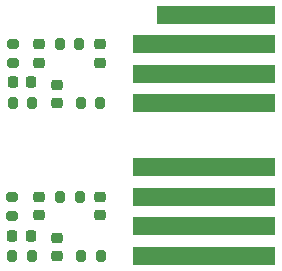
<source format=gbs>
G04 #@! TF.GenerationSoftware,KiCad,Pcbnew,(6.0.0)*
G04 #@! TF.CreationDate,2022-02-22T08:31:50+01:00*
G04 #@! TF.ProjectId,FilterDaughterboard,46696c74-6572-4446-9175-676874657262,rev?*
G04 #@! TF.SameCoordinates,Original*
G04 #@! TF.FileFunction,Soldermask,Bot*
G04 #@! TF.FilePolarity,Negative*
%FSLAX46Y46*%
G04 Gerber Fmt 4.6, Leading zero omitted, Abs format (unit mm)*
G04 Created by KiCad (PCBNEW (6.0.0)) date 2022-02-22 08:31:50*
%MOMM*%
%LPD*%
G01*
G04 APERTURE LIST*
G04 Aperture macros list*
%AMRoundRect*
0 Rectangle with rounded corners*
0 $1 Rounding radius*
0 $2 $3 $4 $5 $6 $7 $8 $9 X,Y pos of 4 corners*
0 Add a 4 corners polygon primitive as box body*
4,1,4,$2,$3,$4,$5,$6,$7,$8,$9,$2,$3,0*
0 Add four circle primitives for the rounded corners*
1,1,$1+$1,$2,$3*
1,1,$1+$1,$4,$5*
1,1,$1+$1,$6,$7*
1,1,$1+$1,$8,$9*
0 Add four rect primitives between the rounded corners*
20,1,$1+$1,$2,$3,$4,$5,0*
20,1,$1+$1,$4,$5,$6,$7,0*
20,1,$1+$1,$6,$7,$8,$9,0*
20,1,$1+$1,$8,$9,$2,$3,0*%
G04 Aperture macros list end*
%ADD10R,10.000000X1.500000*%
%ADD11R,11.999999X1.500000*%
%ADD12RoundRect,0.225000X0.250000X-0.225000X0.250000X0.225000X-0.250000X0.225000X-0.250000X-0.225000X0*%
%ADD13RoundRect,0.225000X-0.225000X-0.250000X0.225000X-0.250000X0.225000X0.250000X-0.225000X0.250000X0*%
%ADD14RoundRect,0.200000X-0.200000X-0.275000X0.200000X-0.275000X0.200000X0.275000X-0.200000X0.275000X0*%
%ADD15RoundRect,0.200000X-0.275000X0.200000X-0.275000X-0.200000X0.275000X-0.200000X0.275000X0.200000X0*%
%ADD16RoundRect,0.200000X0.200000X0.275000X-0.200000X0.275000X-0.200000X-0.275000X0.200000X-0.275000X0*%
%ADD17RoundRect,0.225000X-0.250000X0.225000X-0.250000X-0.225000X0.250000X-0.225000X0.250000X0.225000X0*%
G04 APERTURE END LIST*
D10*
X104612200Y-127787400D03*
D11*
X103612200Y-130287400D03*
X103612200Y-132787400D03*
X103612200Y-135287400D03*
X103612200Y-140687400D03*
X103612200Y-143187400D03*
X103612200Y-145687400D03*
X103612200Y-148187400D03*
D12*
X91150000Y-135285000D03*
X91150000Y-133735000D03*
D13*
X87365000Y-146510000D03*
X88915000Y-146510000D03*
D14*
X87385000Y-135300000D03*
X89035000Y-135300000D03*
D15*
X87420000Y-130245000D03*
X87420000Y-131895000D03*
D16*
X93045000Y-130290000D03*
X91395000Y-130290000D03*
D14*
X93195000Y-148200000D03*
X94845000Y-148200000D03*
X87365000Y-148240000D03*
X89015000Y-148240000D03*
D15*
X87370000Y-143205000D03*
X87370000Y-144855000D03*
D13*
X87425000Y-133470000D03*
X88975000Y-133470000D03*
D17*
X94830000Y-130295000D03*
X94830000Y-131845000D03*
X94820000Y-143185000D03*
X94820000Y-144735000D03*
D14*
X93175000Y-135300000D03*
X94825000Y-135300000D03*
D12*
X91160000Y-148235000D03*
X91160000Y-146685000D03*
D16*
X93095000Y-143180000D03*
X91445000Y-143180000D03*
D17*
X89600000Y-130285000D03*
X89600000Y-131835000D03*
X89590000Y-143195000D03*
X89590000Y-144745000D03*
M02*

</source>
